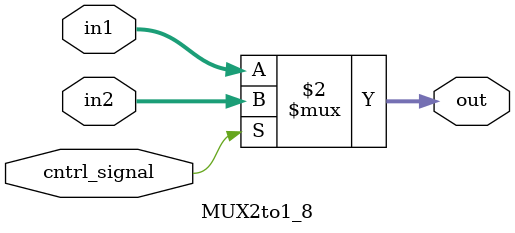
<source format=v>
/*A mux that handles 13 bits input to 13 bits output*/

module MUX2to1_8(cntrl_signal,in1,in2,out);
input cntrl_signal;
input [7:0] in1, in2;
output [7:0] out;
assign out = (cntrl_signal == 1) ? in2 : in1;
endmodule

</source>
